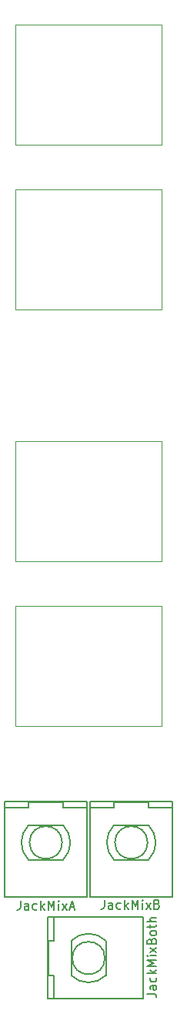
<source format=gbr>
%TF.GenerationSoftware,KiCad,Pcbnew,7.0.5*%
%TF.CreationDate,2023-07-06T16:05:27+01:00*%
%TF.ProjectId,QuangoBreakout_Controls,5175616e-676f-4427-9265-616b6f75745f,rev?*%
%TF.SameCoordinates,Original*%
%TF.FileFunction,Legend,Top*%
%TF.FilePolarity,Positive*%
%FSLAX46Y46*%
G04 Gerber Fmt 4.6, Leading zero omitted, Abs format (unit mm)*
G04 Created by KiCad (PCBNEW 7.0.5) date 2023-07-06 16:05:27*
%MOMM*%
%LPD*%
G01*
G04 APERTURE LIST*
%ADD10C,0.150000*%
%ADD11C,0.120000*%
G04 APERTURE END LIST*
D10*
%TO.C,J9*%
X65854819Y-158447619D02*
X66569104Y-158447619D01*
X66569104Y-158447619D02*
X66711961Y-158495238D01*
X66711961Y-158495238D02*
X66807200Y-158590476D01*
X66807200Y-158590476D02*
X66854819Y-158733333D01*
X66854819Y-158733333D02*
X66854819Y-158828571D01*
X66854819Y-157542857D02*
X66331009Y-157542857D01*
X66331009Y-157542857D02*
X66235771Y-157590476D01*
X66235771Y-157590476D02*
X66188152Y-157685714D01*
X66188152Y-157685714D02*
X66188152Y-157876190D01*
X66188152Y-157876190D02*
X66235771Y-157971428D01*
X66807200Y-157542857D02*
X66854819Y-157638095D01*
X66854819Y-157638095D02*
X66854819Y-157876190D01*
X66854819Y-157876190D02*
X66807200Y-157971428D01*
X66807200Y-157971428D02*
X66711961Y-158019047D01*
X66711961Y-158019047D02*
X66616723Y-158019047D01*
X66616723Y-158019047D02*
X66521485Y-157971428D01*
X66521485Y-157971428D02*
X66473866Y-157876190D01*
X66473866Y-157876190D02*
X66473866Y-157638095D01*
X66473866Y-157638095D02*
X66426247Y-157542857D01*
X66807200Y-156638095D02*
X66854819Y-156733333D01*
X66854819Y-156733333D02*
X66854819Y-156923809D01*
X66854819Y-156923809D02*
X66807200Y-157019047D01*
X66807200Y-157019047D02*
X66759580Y-157066666D01*
X66759580Y-157066666D02*
X66664342Y-157114285D01*
X66664342Y-157114285D02*
X66378628Y-157114285D01*
X66378628Y-157114285D02*
X66283390Y-157066666D01*
X66283390Y-157066666D02*
X66235771Y-157019047D01*
X66235771Y-157019047D02*
X66188152Y-156923809D01*
X66188152Y-156923809D02*
X66188152Y-156733333D01*
X66188152Y-156733333D02*
X66235771Y-156638095D01*
X66854819Y-156209523D02*
X65854819Y-156209523D01*
X66473866Y-156114285D02*
X66854819Y-155828571D01*
X66188152Y-155828571D02*
X66569104Y-156209523D01*
X66854819Y-155399999D02*
X65854819Y-155399999D01*
X65854819Y-155399999D02*
X66569104Y-155066666D01*
X66569104Y-155066666D02*
X65854819Y-154733333D01*
X65854819Y-154733333D02*
X66854819Y-154733333D01*
X66854819Y-154257142D02*
X66188152Y-154257142D01*
X65854819Y-154257142D02*
X65902438Y-154304761D01*
X65902438Y-154304761D02*
X65950057Y-154257142D01*
X65950057Y-154257142D02*
X65902438Y-154209523D01*
X65902438Y-154209523D02*
X65854819Y-154257142D01*
X65854819Y-154257142D02*
X65950057Y-154257142D01*
X66854819Y-153876190D02*
X66188152Y-153352381D01*
X66188152Y-153876190D02*
X66854819Y-153352381D01*
X66331009Y-152638095D02*
X66378628Y-152495238D01*
X66378628Y-152495238D02*
X66426247Y-152447619D01*
X66426247Y-152447619D02*
X66521485Y-152400000D01*
X66521485Y-152400000D02*
X66664342Y-152400000D01*
X66664342Y-152400000D02*
X66759580Y-152447619D01*
X66759580Y-152447619D02*
X66807200Y-152495238D01*
X66807200Y-152495238D02*
X66854819Y-152590476D01*
X66854819Y-152590476D02*
X66854819Y-152971428D01*
X66854819Y-152971428D02*
X65854819Y-152971428D01*
X65854819Y-152971428D02*
X65854819Y-152638095D01*
X65854819Y-152638095D02*
X65902438Y-152542857D01*
X65902438Y-152542857D02*
X65950057Y-152495238D01*
X65950057Y-152495238D02*
X66045295Y-152447619D01*
X66045295Y-152447619D02*
X66140533Y-152447619D01*
X66140533Y-152447619D02*
X66235771Y-152495238D01*
X66235771Y-152495238D02*
X66283390Y-152542857D01*
X66283390Y-152542857D02*
X66331009Y-152638095D01*
X66331009Y-152638095D02*
X66331009Y-152971428D01*
X66854819Y-151828571D02*
X66807200Y-151923809D01*
X66807200Y-151923809D02*
X66759580Y-151971428D01*
X66759580Y-151971428D02*
X66664342Y-152019047D01*
X66664342Y-152019047D02*
X66378628Y-152019047D01*
X66378628Y-152019047D02*
X66283390Y-151971428D01*
X66283390Y-151971428D02*
X66235771Y-151923809D01*
X66235771Y-151923809D02*
X66188152Y-151828571D01*
X66188152Y-151828571D02*
X66188152Y-151685714D01*
X66188152Y-151685714D02*
X66235771Y-151590476D01*
X66235771Y-151590476D02*
X66283390Y-151542857D01*
X66283390Y-151542857D02*
X66378628Y-151495238D01*
X66378628Y-151495238D02*
X66664342Y-151495238D01*
X66664342Y-151495238D02*
X66759580Y-151542857D01*
X66759580Y-151542857D02*
X66807200Y-151590476D01*
X66807200Y-151590476D02*
X66854819Y-151685714D01*
X66854819Y-151685714D02*
X66854819Y-151828571D01*
X66188152Y-151209523D02*
X66188152Y-150828571D01*
X65854819Y-151066666D02*
X66711961Y-151066666D01*
X66711961Y-151066666D02*
X66807200Y-151019047D01*
X66807200Y-151019047D02*
X66854819Y-150923809D01*
X66854819Y-150923809D02*
X66854819Y-150828571D01*
X66854819Y-150495237D02*
X65854819Y-150495237D01*
X66854819Y-150066666D02*
X66331009Y-150066666D01*
X66331009Y-150066666D02*
X66235771Y-150114285D01*
X66235771Y-150114285D02*
X66188152Y-150209523D01*
X66188152Y-150209523D02*
X66188152Y-150352380D01*
X66188152Y-150352380D02*
X66235771Y-150447618D01*
X66235771Y-150447618D02*
X66283390Y-150495237D01*
%TO.C,J8*%
X61142857Y-148102319D02*
X61142857Y-148816604D01*
X61142857Y-148816604D02*
X61095238Y-148959461D01*
X61095238Y-148959461D02*
X61000000Y-149054700D01*
X61000000Y-149054700D02*
X60857143Y-149102319D01*
X60857143Y-149102319D02*
X60761905Y-149102319D01*
X62047619Y-149102319D02*
X62047619Y-148578509D01*
X62047619Y-148578509D02*
X62000000Y-148483271D01*
X62000000Y-148483271D02*
X61904762Y-148435652D01*
X61904762Y-148435652D02*
X61714286Y-148435652D01*
X61714286Y-148435652D02*
X61619048Y-148483271D01*
X62047619Y-149054700D02*
X61952381Y-149102319D01*
X61952381Y-149102319D02*
X61714286Y-149102319D01*
X61714286Y-149102319D02*
X61619048Y-149054700D01*
X61619048Y-149054700D02*
X61571429Y-148959461D01*
X61571429Y-148959461D02*
X61571429Y-148864223D01*
X61571429Y-148864223D02*
X61619048Y-148768985D01*
X61619048Y-148768985D02*
X61714286Y-148721366D01*
X61714286Y-148721366D02*
X61952381Y-148721366D01*
X61952381Y-148721366D02*
X62047619Y-148673747D01*
X62952381Y-149054700D02*
X62857143Y-149102319D01*
X62857143Y-149102319D02*
X62666667Y-149102319D01*
X62666667Y-149102319D02*
X62571429Y-149054700D01*
X62571429Y-149054700D02*
X62523810Y-149007080D01*
X62523810Y-149007080D02*
X62476191Y-148911842D01*
X62476191Y-148911842D02*
X62476191Y-148626128D01*
X62476191Y-148626128D02*
X62523810Y-148530890D01*
X62523810Y-148530890D02*
X62571429Y-148483271D01*
X62571429Y-148483271D02*
X62666667Y-148435652D01*
X62666667Y-148435652D02*
X62857143Y-148435652D01*
X62857143Y-148435652D02*
X62952381Y-148483271D01*
X63380953Y-149102319D02*
X63380953Y-148102319D01*
X63476191Y-148721366D02*
X63761905Y-149102319D01*
X63761905Y-148435652D02*
X63380953Y-148816604D01*
X64190477Y-149102319D02*
X64190477Y-148102319D01*
X64190477Y-148102319D02*
X64523810Y-148816604D01*
X64523810Y-148816604D02*
X64857143Y-148102319D01*
X64857143Y-148102319D02*
X64857143Y-149102319D01*
X65333334Y-149102319D02*
X65333334Y-148435652D01*
X65333334Y-148102319D02*
X65285715Y-148149938D01*
X65285715Y-148149938D02*
X65333334Y-148197557D01*
X65333334Y-148197557D02*
X65380953Y-148149938D01*
X65380953Y-148149938D02*
X65333334Y-148102319D01*
X65333334Y-148102319D02*
X65333334Y-148197557D01*
X65714286Y-149102319D02*
X66238095Y-148435652D01*
X65714286Y-148435652D02*
X66238095Y-149102319D01*
X66952381Y-148578509D02*
X67095238Y-148626128D01*
X67095238Y-148626128D02*
X67142857Y-148673747D01*
X67142857Y-148673747D02*
X67190476Y-148768985D01*
X67190476Y-148768985D02*
X67190476Y-148911842D01*
X67190476Y-148911842D02*
X67142857Y-149007080D01*
X67142857Y-149007080D02*
X67095238Y-149054700D01*
X67095238Y-149054700D02*
X67000000Y-149102319D01*
X67000000Y-149102319D02*
X66619048Y-149102319D01*
X66619048Y-149102319D02*
X66619048Y-148102319D01*
X66619048Y-148102319D02*
X66952381Y-148102319D01*
X66952381Y-148102319D02*
X67047619Y-148149938D01*
X67047619Y-148149938D02*
X67095238Y-148197557D01*
X67095238Y-148197557D02*
X67142857Y-148292795D01*
X67142857Y-148292795D02*
X67142857Y-148388033D01*
X67142857Y-148388033D02*
X67095238Y-148483271D01*
X67095238Y-148483271D02*
X67047619Y-148530890D01*
X67047619Y-148530890D02*
X66952381Y-148578509D01*
X66952381Y-148578509D02*
X66619048Y-148578509D01*
%TO.C,J7*%
X51914285Y-148202319D02*
X51914285Y-148916604D01*
X51914285Y-148916604D02*
X51866666Y-149059461D01*
X51866666Y-149059461D02*
X51771428Y-149154700D01*
X51771428Y-149154700D02*
X51628571Y-149202319D01*
X51628571Y-149202319D02*
X51533333Y-149202319D01*
X52819047Y-149202319D02*
X52819047Y-148678509D01*
X52819047Y-148678509D02*
X52771428Y-148583271D01*
X52771428Y-148583271D02*
X52676190Y-148535652D01*
X52676190Y-148535652D02*
X52485714Y-148535652D01*
X52485714Y-148535652D02*
X52390476Y-148583271D01*
X52819047Y-149154700D02*
X52723809Y-149202319D01*
X52723809Y-149202319D02*
X52485714Y-149202319D01*
X52485714Y-149202319D02*
X52390476Y-149154700D01*
X52390476Y-149154700D02*
X52342857Y-149059461D01*
X52342857Y-149059461D02*
X52342857Y-148964223D01*
X52342857Y-148964223D02*
X52390476Y-148868985D01*
X52390476Y-148868985D02*
X52485714Y-148821366D01*
X52485714Y-148821366D02*
X52723809Y-148821366D01*
X52723809Y-148821366D02*
X52819047Y-148773747D01*
X53723809Y-149154700D02*
X53628571Y-149202319D01*
X53628571Y-149202319D02*
X53438095Y-149202319D01*
X53438095Y-149202319D02*
X53342857Y-149154700D01*
X53342857Y-149154700D02*
X53295238Y-149107080D01*
X53295238Y-149107080D02*
X53247619Y-149011842D01*
X53247619Y-149011842D02*
X53247619Y-148726128D01*
X53247619Y-148726128D02*
X53295238Y-148630890D01*
X53295238Y-148630890D02*
X53342857Y-148583271D01*
X53342857Y-148583271D02*
X53438095Y-148535652D01*
X53438095Y-148535652D02*
X53628571Y-148535652D01*
X53628571Y-148535652D02*
X53723809Y-148583271D01*
X54152381Y-149202319D02*
X54152381Y-148202319D01*
X54247619Y-148821366D02*
X54533333Y-149202319D01*
X54533333Y-148535652D02*
X54152381Y-148916604D01*
X54961905Y-149202319D02*
X54961905Y-148202319D01*
X54961905Y-148202319D02*
X55295238Y-148916604D01*
X55295238Y-148916604D02*
X55628571Y-148202319D01*
X55628571Y-148202319D02*
X55628571Y-149202319D01*
X56104762Y-149202319D02*
X56104762Y-148535652D01*
X56104762Y-148202319D02*
X56057143Y-148249938D01*
X56057143Y-148249938D02*
X56104762Y-148297557D01*
X56104762Y-148297557D02*
X56152381Y-148249938D01*
X56152381Y-148249938D02*
X56104762Y-148202319D01*
X56104762Y-148202319D02*
X56104762Y-148297557D01*
X56485714Y-149202319D02*
X57009523Y-148535652D01*
X56485714Y-148535652D02*
X57009523Y-149202319D01*
X57342857Y-148916604D02*
X57819047Y-148916604D01*
X57247619Y-149202319D02*
X57580952Y-148202319D01*
X57580952Y-148202319D02*
X57914285Y-149202319D01*
D11*
%TO.C,J1*%
X51350000Y-51900000D02*
X67450000Y-51900000D01*
X67450000Y-51900000D02*
X67450000Y-65100000D01*
X67450000Y-65100000D02*
X51350000Y-65100000D01*
X51350000Y-65100000D02*
X51350000Y-51900000D01*
%TO.C,J2*%
X67450000Y-83200000D02*
X51350000Y-83200000D01*
X51350000Y-83200000D02*
X51350000Y-70000000D01*
X51350000Y-70000000D02*
X67450000Y-70000000D01*
X67450000Y-70000000D02*
X67450000Y-83200000D01*
D10*
%TO.C,J9*%
X65400000Y-150000000D02*
X54900000Y-150000000D01*
X65400000Y-150000000D02*
X65400000Y-159000000D01*
X54900000Y-150000000D02*
X54900000Y-159000000D01*
X55590000Y-150055000D02*
X55590000Y-152595000D01*
X61305000Y-152595000D02*
X61305000Y-156405000D01*
X55590000Y-152595000D02*
X54955000Y-152595000D01*
X54955000Y-152595000D02*
X54955000Y-156405000D01*
X57495000Y-156405000D02*
X57495000Y-152595000D01*
X55590000Y-156405000D02*
X55590000Y-158945000D01*
X54955000Y-156405000D02*
X55590000Y-156405000D01*
X65400000Y-159000000D02*
X54900000Y-159000000D01*
X61305000Y-152595000D02*
G75*
G03*
X57495000Y-152595000I-1905000J-1904999D01*
G01*
X57495001Y-156404999D02*
G75*
G03*
X61304999Y-156404999I1904999J1904999D01*
G01*
X61196051Y-154500000D02*
G75*
G03*
X61196051Y-154500000I-1796051J0D01*
G01*
%TO.C,J8*%
X68600000Y-147800000D02*
X68600000Y-137300000D01*
X68600000Y-147800000D02*
X59600000Y-147800000D01*
X68600000Y-137300000D02*
X59600000Y-137300000D01*
X68545000Y-137990000D02*
X66005000Y-137990000D01*
X66005000Y-143705000D02*
X62195000Y-143705000D01*
X66005000Y-137990000D02*
X66005000Y-137355000D01*
X66005000Y-137355000D02*
X62195000Y-137355000D01*
X62195000Y-139895000D02*
X66005000Y-139895000D01*
X62195000Y-137990000D02*
X59655000Y-137990000D01*
X62195000Y-137355000D02*
X62195000Y-137990000D01*
X59600000Y-147800000D02*
X59600000Y-137300000D01*
X66005000Y-143705000D02*
G75*
G03*
X66005000Y-139895000I-1904999J1905000D01*
G01*
X62195001Y-139895001D02*
G75*
G03*
X62195001Y-143704999I1904999J-1904999D01*
G01*
X65896051Y-141800000D02*
G75*
G03*
X65896051Y-141800000I-1796051J0D01*
G01*
D11*
%TO.C,J3*%
X67450000Y-129000000D02*
X51350000Y-129000000D01*
X51350000Y-129000000D02*
X51350000Y-115800000D01*
X51350000Y-115800000D02*
X67450000Y-115800000D01*
X67450000Y-115800000D02*
X67450000Y-129000000D01*
D10*
%TO.C,J7*%
X59200000Y-147800000D02*
X59200000Y-137300000D01*
X59200000Y-147800000D02*
X50200000Y-147800000D01*
X59200000Y-137300000D02*
X50200000Y-137300000D01*
X59145000Y-137990000D02*
X56605000Y-137990000D01*
X56605000Y-143705000D02*
X52795000Y-143705000D01*
X56605000Y-137990000D02*
X56605000Y-137355000D01*
X56605000Y-137355000D02*
X52795000Y-137355000D01*
X52795000Y-139895000D02*
X56605000Y-139895000D01*
X52795000Y-137990000D02*
X50255000Y-137990000D01*
X52795000Y-137355000D02*
X52795000Y-137990000D01*
X50200000Y-147800000D02*
X50200000Y-137300000D01*
X56605000Y-143705000D02*
G75*
G03*
X56605000Y-139895000I-1904999J1905000D01*
G01*
X52795001Y-139895001D02*
G75*
G03*
X52795001Y-143704999I1904999J-1904999D01*
G01*
X56496051Y-141800000D02*
G75*
G03*
X56496051Y-141800000I-1796051J0D01*
G01*
D11*
%TO.C,J4*%
X51350000Y-97700000D02*
X67450000Y-97700000D01*
X67450000Y-97700000D02*
X67450000Y-110900000D01*
X67450000Y-110900000D02*
X51350000Y-110900000D01*
X51350000Y-110900000D02*
X51350000Y-97700000D01*
%TD*%
M02*

</source>
